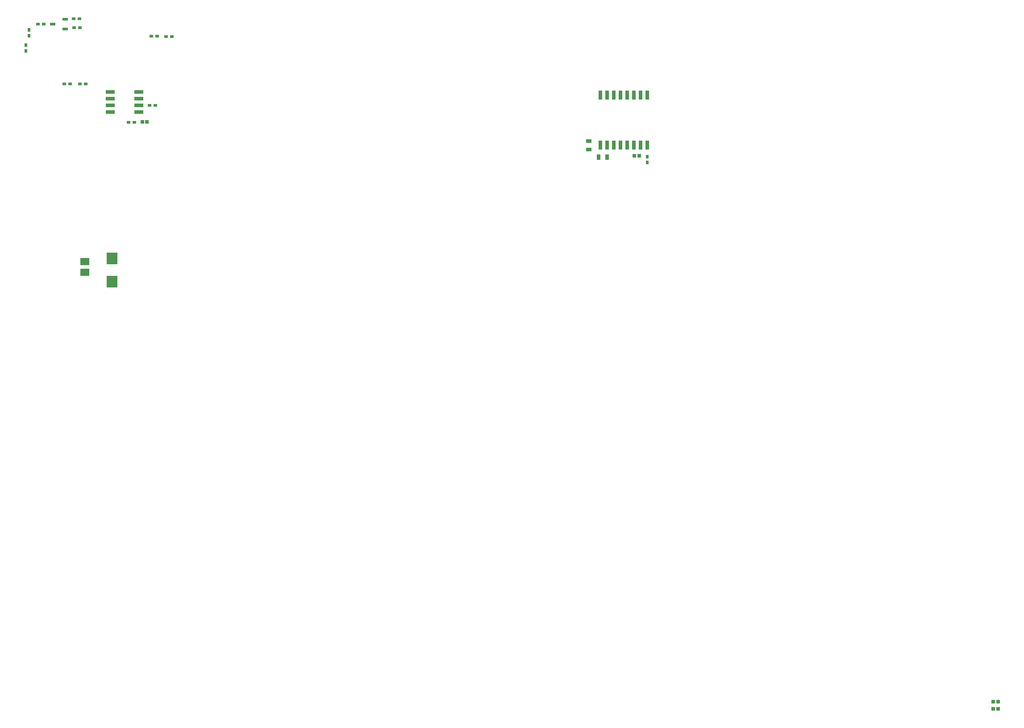
<source format=gbp>
G04*
G04 #@! TF.GenerationSoftware,Altium Limited,Altium Designer,20.2.4 (192)*
G04*
G04 Layer_Color=128*
%FSLAX24Y24*%
%MOIN*%
G70*
G04*
G04 #@! TF.SameCoordinates,88804F16-18CD-4051-863E-DBC97BB31399*
G04*
G04*
G04 #@! TF.FilePolarity,Positive*
G04*
G01*
G75*
%ADD19R,0.0315X0.0394*%
%ADD22R,0.0236X0.0276*%
%ADD28R,0.0276X0.0236*%
%ADD29R,0.0394X0.0236*%
%ADD32R,0.0394X0.0315*%
%ADD118R,0.0256X0.0252*%
%ADD119R,0.0256X0.0709*%
%ADD120R,0.0701X0.0283*%
%ADD121R,0.0654X0.0567*%
%ADD122R,0.0846X0.0866*%
D19*
X47841Y51850D02*
D03*
X48471D02*
D03*
D22*
X51471Y51433D02*
D03*
Y51867D02*
D03*
X5315Y60925D02*
D03*
Y61358D02*
D03*
X5079Y60197D02*
D03*
Y59764D02*
D03*
D28*
X5965Y61772D02*
D03*
X6398D02*
D03*
X8661Y61496D02*
D03*
X9094D02*
D03*
X9076Y62165D02*
D03*
X8643D02*
D03*
X8366Y57323D02*
D03*
X7933D02*
D03*
X9114D02*
D03*
X9547D02*
D03*
X12755Y54438D02*
D03*
X13188D02*
D03*
X14738Y55700D02*
D03*
X14305D02*
D03*
X15551Y60827D02*
D03*
X15984D02*
D03*
X14882Y60866D02*
D03*
X14449D02*
D03*
D29*
X7992Y61398D02*
D03*
Y62146D02*
D03*
X7087Y61772D02*
D03*
D32*
X47121Y53050D02*
D03*
Y52420D02*
D03*
D118*
X77313Y11181D02*
D03*
X77677D02*
D03*
X77313Y10630D02*
D03*
X77677D02*
D03*
X50511Y51950D02*
D03*
X50876D02*
D03*
X13757Y54472D02*
D03*
X14121D02*
D03*
D119*
X47971Y56460D02*
D03*
X48471D02*
D03*
X48971D02*
D03*
X49471D02*
D03*
X49971D02*
D03*
X50471D02*
D03*
X50971D02*
D03*
X51471D02*
D03*
Y52740D02*
D03*
X50971D02*
D03*
X50471D02*
D03*
X49971D02*
D03*
X49471D02*
D03*
X48971D02*
D03*
X48471D02*
D03*
X47971D02*
D03*
D120*
X13507Y55200D02*
D03*
Y55700D02*
D03*
Y56200D02*
D03*
Y56700D02*
D03*
X11371D02*
D03*
Y56200D02*
D03*
Y55700D02*
D03*
Y55200D02*
D03*
D121*
X9471Y43250D02*
D03*
Y44030D02*
D03*
D122*
X11521Y44282D02*
D03*
Y42550D02*
D03*
M02*

</source>
